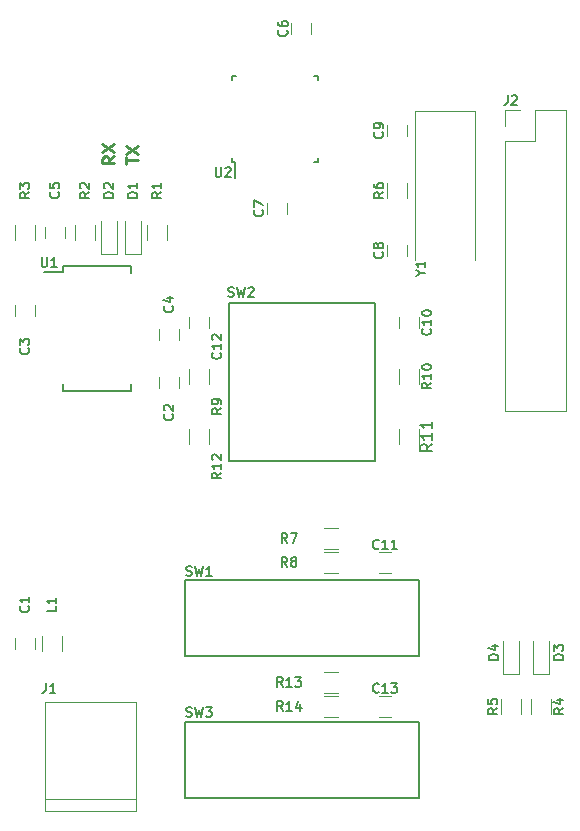
<source format=gto>
G04 #@! TF.FileFunction,Legend,Top*
%FSLAX46Y46*%
G04 Gerber Fmt 4.6, Leading zero omitted, Abs format (unit mm)*
G04 Created by KiCad (PCBNEW 4.0.7-e2-6376~61~ubuntu18.04.1) date Sat Nov 30 19:21:56 2019*
%MOMM*%
%LPD*%
G01*
G04 APERTURE LIST*
%ADD10C,0.100000*%
%ADD11C,0.254000*%
%ADD12C,0.120000*%
%ADD13C,0.150000*%
%ADD14C,0.152400*%
G04 APERTURE END LIST*
D10*
D11*
X131523619Y-79417333D02*
X131039810Y-79755999D01*
X131523619Y-79997904D02*
X130507619Y-79997904D01*
X130507619Y-79610857D01*
X130556000Y-79514095D01*
X130604381Y-79465714D01*
X130701143Y-79417333D01*
X130846286Y-79417333D01*
X130943048Y-79465714D01*
X130991429Y-79514095D01*
X131039810Y-79610857D01*
X131039810Y-79997904D01*
X130507619Y-79078666D02*
X131523619Y-78401333D01*
X130507619Y-78401333D02*
X131523619Y-79078666D01*
X132539619Y-80022095D02*
X132539619Y-79441524D01*
X133555619Y-79731809D02*
X132539619Y-79731809D01*
X132539619Y-79199619D02*
X133555619Y-78522286D01*
X132539619Y-78522286D02*
X133555619Y-79199619D01*
D12*
X125690000Y-133790000D02*
X133390000Y-133790000D01*
X125690000Y-134790000D02*
X133390000Y-134790000D01*
X133390000Y-134790000D02*
X133390000Y-125590000D01*
X133390000Y-125590000D02*
X125690000Y-125590000D01*
X125690000Y-125590000D02*
X125690000Y-134790000D01*
X123102000Y-120150000D02*
X123102000Y-121150000D01*
X124802000Y-121150000D02*
X124802000Y-120150000D01*
X136994000Y-99052000D02*
X136994000Y-98052000D01*
X135294000Y-98052000D02*
X135294000Y-99052000D01*
X124802000Y-92956000D02*
X124802000Y-91956000D01*
X123102000Y-91956000D02*
X123102000Y-92956000D01*
X135294000Y-93988000D02*
X135294000Y-94988000D01*
X136994000Y-94988000D02*
X136994000Y-93988000D01*
X125642000Y-85352000D02*
X125642000Y-86352000D01*
X127342000Y-86352000D02*
X127342000Y-85352000D01*
X146470000Y-68080000D02*
X146470000Y-69080000D01*
X148170000Y-69080000D02*
X148170000Y-68080000D01*
X146138000Y-84320000D02*
X146138000Y-83320000D01*
X144438000Y-83320000D02*
X144438000Y-84320000D01*
X156298000Y-87876000D02*
X156298000Y-86876000D01*
X154598000Y-86876000D02*
X154598000Y-87876000D01*
X154598000Y-76716000D02*
X154598000Y-77716000D01*
X156298000Y-77716000D02*
X156298000Y-76716000D01*
X155614000Y-92972000D02*
X155614000Y-93972000D01*
X157314000Y-93972000D02*
X157314000Y-92972000D01*
X154932000Y-112942000D02*
X153932000Y-112942000D01*
X153932000Y-114642000D02*
X154932000Y-114642000D01*
X137834000Y-92972000D02*
X137834000Y-93972000D01*
X139534000Y-93972000D02*
X139534000Y-92972000D01*
X154932000Y-125134000D02*
X153932000Y-125134000D01*
X153932000Y-126834000D02*
X154932000Y-126834000D01*
X127118000Y-120050000D02*
X127118000Y-121250000D01*
X125358000Y-121250000D02*
X125358000Y-120050000D01*
X124832000Y-85252000D02*
X124832000Y-86452000D01*
X123072000Y-86452000D02*
X123072000Y-85252000D01*
X156328000Y-81696000D02*
X156328000Y-82896000D01*
X154568000Y-82896000D02*
X154568000Y-81696000D01*
X150460000Y-112640000D02*
X149260000Y-112640000D01*
X149260000Y-110880000D02*
X150460000Y-110880000D01*
X150460000Y-114672000D02*
X149260000Y-114672000D01*
X149260000Y-112912000D02*
X150460000Y-112912000D01*
X139564000Y-97444000D02*
X139564000Y-98644000D01*
X137804000Y-98644000D02*
X137804000Y-97444000D01*
X157344000Y-97444000D02*
X157344000Y-98644000D01*
X155584000Y-98644000D02*
X155584000Y-97444000D01*
X157344000Y-102524000D02*
X157344000Y-103724000D01*
X155584000Y-103724000D02*
X155584000Y-102524000D01*
X139564000Y-102524000D02*
X139564000Y-103724000D01*
X137804000Y-103724000D02*
X137804000Y-102524000D01*
X150460000Y-124832000D02*
X149260000Y-124832000D01*
X149260000Y-123072000D02*
X150460000Y-123072000D01*
X150460000Y-126864000D02*
X149260000Y-126864000D01*
X149260000Y-125104000D02*
X150460000Y-125104000D01*
D13*
X127173000Y-88655000D02*
X127173000Y-89230000D01*
X132923000Y-88655000D02*
X132923000Y-89305000D01*
X132923000Y-99305000D02*
X132923000Y-98655000D01*
X127173000Y-99305000D02*
X127173000Y-98655000D01*
X127173000Y-88655000D02*
X132923000Y-88655000D01*
X127173000Y-99305000D02*
X132923000Y-99305000D01*
X127173000Y-89230000D02*
X125573000Y-89230000D01*
X141515000Y-79843000D02*
X141740000Y-79843000D01*
X141515000Y-72593000D02*
X141840000Y-72593000D01*
X148765000Y-72593000D02*
X148440000Y-72593000D01*
X148765000Y-79843000D02*
X148440000Y-79843000D01*
X141515000Y-79843000D02*
X141515000Y-79518000D01*
X148765000Y-79843000D02*
X148765000Y-79518000D01*
X148765000Y-72593000D02*
X148765000Y-72918000D01*
X141515000Y-72593000D02*
X141515000Y-72918000D01*
X141740000Y-79843000D02*
X141740000Y-81268000D01*
D12*
X162062000Y-88196000D02*
X162062000Y-75596000D01*
X162062000Y-75596000D02*
X156962000Y-75596000D01*
X156962000Y-75596000D02*
X156962000Y-88196000D01*
X132396000Y-87652000D02*
X133796000Y-87652000D01*
X133796000Y-87652000D02*
X133796000Y-84852000D01*
X132396000Y-87652000D02*
X132396000Y-84852000D01*
X130364000Y-87652000D02*
X131764000Y-87652000D01*
X131764000Y-87652000D02*
X131764000Y-84852000D01*
X130364000Y-87652000D02*
X130364000Y-84852000D01*
X166940000Y-123212000D02*
X168340000Y-123212000D01*
X168340000Y-123212000D02*
X168340000Y-120412000D01*
X166940000Y-123212000D02*
X166940000Y-120412000D01*
X164400000Y-123212000D02*
X165800000Y-123212000D01*
X165800000Y-123212000D02*
X165800000Y-120412000D01*
X164400000Y-123212000D02*
X164400000Y-120412000D01*
X134248000Y-86452000D02*
X134248000Y-85252000D01*
X136008000Y-85252000D02*
X136008000Y-86452000D01*
X128152000Y-86452000D02*
X128152000Y-85252000D01*
X129912000Y-85252000D02*
X129912000Y-86452000D01*
X166760000Y-126584000D02*
X166760000Y-125384000D01*
X168520000Y-125384000D02*
X168520000Y-126584000D01*
X164220000Y-126584000D02*
X164220000Y-125384000D01*
X165980000Y-125384000D02*
X165980000Y-126584000D01*
X164558000Y-100990000D02*
X169758000Y-100990000D01*
X164558000Y-78070000D02*
X164558000Y-100990000D01*
X169758000Y-75470000D02*
X169758000Y-100990000D01*
X164558000Y-78070000D02*
X167158000Y-78070000D01*
X167158000Y-78070000D02*
X167158000Y-75470000D01*
X167158000Y-75470000D02*
X169758000Y-75470000D01*
X164558000Y-76800000D02*
X164558000Y-75470000D01*
X164558000Y-75470000D02*
X165888000Y-75470000D01*
D13*
X137528000Y-115300000D02*
X137528000Y-121700000D01*
X157328000Y-115300000D02*
X157328000Y-121700000D01*
X137528000Y-121700000D02*
X157328000Y-121700000D01*
X137528000Y-115300000D02*
X157328000Y-115300000D01*
X137528000Y-127300000D02*
X137528000Y-133700000D01*
X157328000Y-127300000D02*
X157328000Y-133700000D01*
X137528000Y-133700000D02*
X157328000Y-133700000D01*
X137528000Y-127300000D02*
X157328000Y-127300000D01*
X153628000Y-91800000D02*
X153628000Y-105200000D01*
X141228000Y-91800000D02*
X141228000Y-105200000D01*
X141228000Y-105200000D02*
X153628000Y-105200000D01*
X141228000Y-91800000D02*
X153628000Y-91800000D01*
D14*
X125713067Y-124014895D02*
X125713067Y-124595467D01*
X125674363Y-124711581D01*
X125596953Y-124788990D01*
X125480839Y-124827695D01*
X125403429Y-124827695D01*
X126525867Y-124827695D02*
X126061410Y-124827695D01*
X126293639Y-124827695D02*
X126293639Y-124014895D01*
X126216229Y-124131010D01*
X126138820Y-124208419D01*
X126061410Y-124247124D01*
X124242286Y-117483466D02*
X124280990Y-117522171D01*
X124319695Y-117638285D01*
X124319695Y-117715695D01*
X124280990Y-117831809D01*
X124203581Y-117909218D01*
X124126171Y-117947923D01*
X123971352Y-117986628D01*
X123855238Y-117986628D01*
X123700419Y-117947923D01*
X123623010Y-117909218D01*
X123545600Y-117831809D01*
X123506895Y-117715695D01*
X123506895Y-117638285D01*
X123545600Y-117522171D01*
X123584305Y-117483466D01*
X124319695Y-116709371D02*
X124319695Y-117173828D01*
X124319695Y-116941599D02*
X123506895Y-116941599D01*
X123623010Y-117019009D01*
X123700419Y-117096418D01*
X123739124Y-117173828D01*
X136434286Y-101227466D02*
X136472990Y-101266171D01*
X136511695Y-101382285D01*
X136511695Y-101459695D01*
X136472990Y-101575809D01*
X136395581Y-101653218D01*
X136318171Y-101691923D01*
X136163352Y-101730628D01*
X136047238Y-101730628D01*
X135892419Y-101691923D01*
X135815010Y-101653218D01*
X135737600Y-101575809D01*
X135698895Y-101459695D01*
X135698895Y-101382285D01*
X135737600Y-101266171D01*
X135776305Y-101227466D01*
X135776305Y-100917828D02*
X135737600Y-100879123D01*
X135698895Y-100801714D01*
X135698895Y-100608190D01*
X135737600Y-100530780D01*
X135776305Y-100492076D01*
X135853714Y-100453371D01*
X135931124Y-100453371D01*
X136047238Y-100492076D01*
X136511695Y-100956533D01*
X136511695Y-100453371D01*
X124242286Y-95639466D02*
X124280990Y-95678171D01*
X124319695Y-95794285D01*
X124319695Y-95871695D01*
X124280990Y-95987809D01*
X124203581Y-96065218D01*
X124126171Y-96103923D01*
X123971352Y-96142628D01*
X123855238Y-96142628D01*
X123700419Y-96103923D01*
X123623010Y-96065218D01*
X123545600Y-95987809D01*
X123506895Y-95871695D01*
X123506895Y-95794285D01*
X123545600Y-95678171D01*
X123584305Y-95639466D01*
X123506895Y-95368533D02*
X123506895Y-94865371D01*
X123816533Y-95136304D01*
X123816533Y-95020190D01*
X123855238Y-94942780D01*
X123893943Y-94904076D01*
X123971352Y-94865371D01*
X124164876Y-94865371D01*
X124242286Y-94904076D01*
X124280990Y-94942780D01*
X124319695Y-95020190D01*
X124319695Y-95252418D01*
X124280990Y-95329828D01*
X124242286Y-95368533D01*
X136434286Y-92083466D02*
X136472990Y-92122171D01*
X136511695Y-92238285D01*
X136511695Y-92315695D01*
X136472990Y-92431809D01*
X136395581Y-92509218D01*
X136318171Y-92547923D01*
X136163352Y-92586628D01*
X136047238Y-92586628D01*
X135892419Y-92547923D01*
X135815010Y-92509218D01*
X135737600Y-92431809D01*
X135698895Y-92315695D01*
X135698895Y-92238285D01*
X135737600Y-92122171D01*
X135776305Y-92083466D01*
X135969829Y-91386780D02*
X136511695Y-91386780D01*
X135660190Y-91580304D02*
X136240762Y-91773828D01*
X136240762Y-91270666D01*
X126782286Y-82431466D02*
X126820990Y-82470171D01*
X126859695Y-82586285D01*
X126859695Y-82663695D01*
X126820990Y-82779809D01*
X126743581Y-82857218D01*
X126666171Y-82895923D01*
X126511352Y-82934628D01*
X126395238Y-82934628D01*
X126240419Y-82895923D01*
X126163010Y-82857218D01*
X126085600Y-82779809D01*
X126046895Y-82663695D01*
X126046895Y-82586285D01*
X126085600Y-82470171D01*
X126124305Y-82431466D01*
X126046895Y-81696076D02*
X126046895Y-82083123D01*
X126433943Y-82121828D01*
X126395238Y-82083123D01*
X126356533Y-82005714D01*
X126356533Y-81812190D01*
X126395238Y-81734780D01*
X126433943Y-81696076D01*
X126511352Y-81657371D01*
X126704876Y-81657371D01*
X126782286Y-81696076D01*
X126820990Y-81734780D01*
X126859695Y-81812190D01*
X126859695Y-82005714D01*
X126820990Y-82083123D01*
X126782286Y-82121828D01*
X146110286Y-68715466D02*
X146148990Y-68754171D01*
X146187695Y-68870285D01*
X146187695Y-68947695D01*
X146148990Y-69063809D01*
X146071581Y-69141218D01*
X145994171Y-69179923D01*
X145839352Y-69218628D01*
X145723238Y-69218628D01*
X145568419Y-69179923D01*
X145491010Y-69141218D01*
X145413600Y-69063809D01*
X145374895Y-68947695D01*
X145374895Y-68870285D01*
X145413600Y-68754171D01*
X145452305Y-68715466D01*
X145374895Y-68018780D02*
X145374895Y-68173599D01*
X145413600Y-68251009D01*
X145452305Y-68289714D01*
X145568419Y-68367123D01*
X145723238Y-68405828D01*
X146032876Y-68405828D01*
X146110286Y-68367123D01*
X146148990Y-68328418D01*
X146187695Y-68251009D01*
X146187695Y-68096190D01*
X146148990Y-68018780D01*
X146110286Y-67980076D01*
X146032876Y-67941371D01*
X145839352Y-67941371D01*
X145761943Y-67980076D01*
X145723238Y-68018780D01*
X145684533Y-68096190D01*
X145684533Y-68251009D01*
X145723238Y-68328418D01*
X145761943Y-68367123D01*
X145839352Y-68405828D01*
X144054286Y-83955466D02*
X144092990Y-83994171D01*
X144131695Y-84110285D01*
X144131695Y-84187695D01*
X144092990Y-84303809D01*
X144015581Y-84381218D01*
X143938171Y-84419923D01*
X143783352Y-84458628D01*
X143667238Y-84458628D01*
X143512419Y-84419923D01*
X143435010Y-84381218D01*
X143357600Y-84303809D01*
X143318895Y-84187695D01*
X143318895Y-84110285D01*
X143357600Y-83994171D01*
X143396305Y-83955466D01*
X143318895Y-83684533D02*
X143318895Y-83142666D01*
X144131695Y-83491009D01*
X154214286Y-87511466D02*
X154252990Y-87550171D01*
X154291695Y-87666285D01*
X154291695Y-87743695D01*
X154252990Y-87859809D01*
X154175581Y-87937218D01*
X154098171Y-87975923D01*
X153943352Y-88014628D01*
X153827238Y-88014628D01*
X153672419Y-87975923D01*
X153595010Y-87937218D01*
X153517600Y-87859809D01*
X153478895Y-87743695D01*
X153478895Y-87666285D01*
X153517600Y-87550171D01*
X153556305Y-87511466D01*
X153827238Y-87047009D02*
X153788533Y-87124418D01*
X153749829Y-87163123D01*
X153672419Y-87201828D01*
X153633714Y-87201828D01*
X153556305Y-87163123D01*
X153517600Y-87124418D01*
X153478895Y-87047009D01*
X153478895Y-86892190D01*
X153517600Y-86814780D01*
X153556305Y-86776076D01*
X153633714Y-86737371D01*
X153672419Y-86737371D01*
X153749829Y-86776076D01*
X153788533Y-86814780D01*
X153827238Y-86892190D01*
X153827238Y-87047009D01*
X153865943Y-87124418D01*
X153904648Y-87163123D01*
X153982057Y-87201828D01*
X154136876Y-87201828D01*
X154214286Y-87163123D01*
X154252990Y-87124418D01*
X154291695Y-87047009D01*
X154291695Y-86892190D01*
X154252990Y-86814780D01*
X154214286Y-86776076D01*
X154136876Y-86737371D01*
X153982057Y-86737371D01*
X153904648Y-86776076D01*
X153865943Y-86814780D01*
X153827238Y-86892190D01*
X154214286Y-77351466D02*
X154252990Y-77390171D01*
X154291695Y-77506285D01*
X154291695Y-77583695D01*
X154252990Y-77699809D01*
X154175581Y-77777218D01*
X154098171Y-77815923D01*
X153943352Y-77854628D01*
X153827238Y-77854628D01*
X153672419Y-77815923D01*
X153595010Y-77777218D01*
X153517600Y-77699809D01*
X153478895Y-77583695D01*
X153478895Y-77506285D01*
X153517600Y-77390171D01*
X153556305Y-77351466D01*
X154291695Y-76964418D02*
X154291695Y-76809599D01*
X154252990Y-76732190D01*
X154214286Y-76693485D01*
X154098171Y-76616076D01*
X153943352Y-76577371D01*
X153633714Y-76577371D01*
X153556305Y-76616076D01*
X153517600Y-76654780D01*
X153478895Y-76732190D01*
X153478895Y-76887009D01*
X153517600Y-76964418D01*
X153556305Y-77003123D01*
X153633714Y-77041828D01*
X153827238Y-77041828D01*
X153904648Y-77003123D01*
X153943352Y-76964418D01*
X153982057Y-76887009D01*
X153982057Y-76732190D01*
X153943352Y-76654780D01*
X153904648Y-76616076D01*
X153827238Y-76577371D01*
X158278286Y-93994514D02*
X158316990Y-94033219D01*
X158355695Y-94149333D01*
X158355695Y-94226743D01*
X158316990Y-94342857D01*
X158239581Y-94420266D01*
X158162171Y-94458971D01*
X158007352Y-94497676D01*
X157891238Y-94497676D01*
X157736419Y-94458971D01*
X157659010Y-94420266D01*
X157581600Y-94342857D01*
X157542895Y-94226743D01*
X157542895Y-94149333D01*
X157581600Y-94033219D01*
X157620305Y-93994514D01*
X158355695Y-93220419D02*
X158355695Y-93684876D01*
X158355695Y-93452647D02*
X157542895Y-93452647D01*
X157659010Y-93530057D01*
X157736419Y-93607466D01*
X157775124Y-93684876D01*
X157542895Y-92717257D02*
X157542895Y-92639848D01*
X157581600Y-92562438D01*
X157620305Y-92523733D01*
X157697714Y-92485029D01*
X157852533Y-92446324D01*
X158046057Y-92446324D01*
X158200876Y-92485029D01*
X158278286Y-92523733D01*
X158316990Y-92562438D01*
X158355695Y-92639848D01*
X158355695Y-92717257D01*
X158316990Y-92794667D01*
X158278286Y-92833371D01*
X158200876Y-92872076D01*
X158046057Y-92910781D01*
X157852533Y-92910781D01*
X157697714Y-92872076D01*
X157620305Y-92833371D01*
X157581600Y-92794667D01*
X157542895Y-92717257D01*
X153909486Y-112582286D02*
X153870781Y-112620990D01*
X153754667Y-112659695D01*
X153677257Y-112659695D01*
X153561143Y-112620990D01*
X153483734Y-112543581D01*
X153445029Y-112466171D01*
X153406324Y-112311352D01*
X153406324Y-112195238D01*
X153445029Y-112040419D01*
X153483734Y-111963010D01*
X153561143Y-111885600D01*
X153677257Y-111846895D01*
X153754667Y-111846895D01*
X153870781Y-111885600D01*
X153909486Y-111924305D01*
X154683581Y-112659695D02*
X154219124Y-112659695D01*
X154451353Y-112659695D02*
X154451353Y-111846895D01*
X154373943Y-111963010D01*
X154296534Y-112040419D01*
X154219124Y-112079124D01*
X155457676Y-112659695D02*
X154993219Y-112659695D01*
X155225448Y-112659695D02*
X155225448Y-111846895D01*
X155148038Y-111963010D01*
X155070629Y-112040419D01*
X154993219Y-112079124D01*
X140498286Y-96026514D02*
X140536990Y-96065219D01*
X140575695Y-96181333D01*
X140575695Y-96258743D01*
X140536990Y-96374857D01*
X140459581Y-96452266D01*
X140382171Y-96490971D01*
X140227352Y-96529676D01*
X140111238Y-96529676D01*
X139956419Y-96490971D01*
X139879010Y-96452266D01*
X139801600Y-96374857D01*
X139762895Y-96258743D01*
X139762895Y-96181333D01*
X139801600Y-96065219D01*
X139840305Y-96026514D01*
X140575695Y-95252419D02*
X140575695Y-95716876D01*
X140575695Y-95484647D02*
X139762895Y-95484647D01*
X139879010Y-95562057D01*
X139956419Y-95639466D01*
X139995124Y-95716876D01*
X139840305Y-94942781D02*
X139801600Y-94904076D01*
X139762895Y-94826667D01*
X139762895Y-94633143D01*
X139801600Y-94555733D01*
X139840305Y-94517029D01*
X139917714Y-94478324D01*
X139995124Y-94478324D01*
X140111238Y-94517029D01*
X140575695Y-94981486D01*
X140575695Y-94478324D01*
X153909486Y-124750286D02*
X153870781Y-124788990D01*
X153754667Y-124827695D01*
X153677257Y-124827695D01*
X153561143Y-124788990D01*
X153483734Y-124711581D01*
X153445029Y-124634171D01*
X153406324Y-124479352D01*
X153406324Y-124363238D01*
X153445029Y-124208419D01*
X153483734Y-124131010D01*
X153561143Y-124053600D01*
X153677257Y-124014895D01*
X153754667Y-124014895D01*
X153870781Y-124053600D01*
X153909486Y-124092305D01*
X154683581Y-124827695D02*
X154219124Y-124827695D01*
X154451353Y-124827695D02*
X154451353Y-124014895D01*
X154373943Y-124131010D01*
X154296534Y-124208419D01*
X154219124Y-124247124D01*
X154954514Y-124014895D02*
X155457676Y-124014895D01*
X155186743Y-124324533D01*
X155302857Y-124324533D01*
X155380267Y-124363238D01*
X155418971Y-124401943D01*
X155457676Y-124479352D01*
X155457676Y-124672876D01*
X155418971Y-124750286D01*
X155380267Y-124788990D01*
X155302857Y-124827695D01*
X155070629Y-124827695D01*
X154993219Y-124788990D01*
X154954514Y-124750286D01*
X126605695Y-117483467D02*
X126605695Y-117870514D01*
X125792895Y-117870514D01*
X126605695Y-116786781D02*
X126605695Y-117251238D01*
X126605695Y-117019009D02*
X125792895Y-117019009D01*
X125909010Y-117096419D01*
X125986419Y-117173828D01*
X126025124Y-117251238D01*
X124319695Y-82431466D02*
X123932648Y-82702399D01*
X124319695Y-82895923D02*
X123506895Y-82895923D01*
X123506895Y-82586285D01*
X123545600Y-82508876D01*
X123584305Y-82470171D01*
X123661714Y-82431466D01*
X123777829Y-82431466D01*
X123855238Y-82470171D01*
X123893943Y-82508876D01*
X123932648Y-82586285D01*
X123932648Y-82895923D01*
X123506895Y-82160533D02*
X123506895Y-81657371D01*
X123816533Y-81928304D01*
X123816533Y-81812190D01*
X123855238Y-81734780D01*
X123893943Y-81696076D01*
X123971352Y-81657371D01*
X124164876Y-81657371D01*
X124242286Y-81696076D01*
X124280990Y-81734780D01*
X124319695Y-81812190D01*
X124319695Y-82044418D01*
X124280990Y-82121828D01*
X124242286Y-82160533D01*
X154291695Y-82431466D02*
X153904648Y-82702399D01*
X154291695Y-82895923D02*
X153478895Y-82895923D01*
X153478895Y-82586285D01*
X153517600Y-82508876D01*
X153556305Y-82470171D01*
X153633714Y-82431466D01*
X153749829Y-82431466D01*
X153827238Y-82470171D01*
X153865943Y-82508876D01*
X153904648Y-82586285D01*
X153904648Y-82895923D01*
X153478895Y-81734780D02*
X153478895Y-81889599D01*
X153517600Y-81967009D01*
X153556305Y-82005714D01*
X153672419Y-82083123D01*
X153827238Y-82121828D01*
X154136876Y-82121828D01*
X154214286Y-82083123D01*
X154252990Y-82044418D01*
X154291695Y-81967009D01*
X154291695Y-81812190D01*
X154252990Y-81734780D01*
X154214286Y-81696076D01*
X154136876Y-81657371D01*
X153943352Y-81657371D01*
X153865943Y-81696076D01*
X153827238Y-81734780D01*
X153788533Y-81812190D01*
X153788533Y-81967009D01*
X153827238Y-82044418D01*
X153865943Y-82083123D01*
X153943352Y-82121828D01*
X146168534Y-112127695D02*
X145897601Y-111740648D01*
X145704077Y-112127695D02*
X145704077Y-111314895D01*
X146013715Y-111314895D01*
X146091124Y-111353600D01*
X146129829Y-111392305D01*
X146168534Y-111469714D01*
X146168534Y-111585829D01*
X146129829Y-111663238D01*
X146091124Y-111701943D01*
X146013715Y-111740648D01*
X145704077Y-111740648D01*
X146439467Y-111314895D02*
X146981334Y-111314895D01*
X146632991Y-112127695D01*
X146168534Y-114159695D02*
X145897601Y-113772648D01*
X145704077Y-114159695D02*
X145704077Y-113346895D01*
X146013715Y-113346895D01*
X146091124Y-113385600D01*
X146129829Y-113424305D01*
X146168534Y-113501714D01*
X146168534Y-113617829D01*
X146129829Y-113695238D01*
X146091124Y-113733943D01*
X146013715Y-113772648D01*
X145704077Y-113772648D01*
X146632991Y-113695238D02*
X146555582Y-113656533D01*
X146516877Y-113617829D01*
X146478172Y-113540419D01*
X146478172Y-113501714D01*
X146516877Y-113424305D01*
X146555582Y-113385600D01*
X146632991Y-113346895D01*
X146787810Y-113346895D01*
X146865220Y-113385600D01*
X146903924Y-113424305D01*
X146942629Y-113501714D01*
X146942629Y-113540419D01*
X146903924Y-113617829D01*
X146865220Y-113656533D01*
X146787810Y-113695238D01*
X146632991Y-113695238D01*
X146555582Y-113733943D01*
X146516877Y-113772648D01*
X146478172Y-113850057D01*
X146478172Y-114004876D01*
X146516877Y-114082286D01*
X146555582Y-114120990D01*
X146632991Y-114159695D01*
X146787810Y-114159695D01*
X146865220Y-114120990D01*
X146903924Y-114082286D01*
X146942629Y-114004876D01*
X146942629Y-113850057D01*
X146903924Y-113772648D01*
X146865220Y-113733943D01*
X146787810Y-113695238D01*
X140575695Y-100719466D02*
X140188648Y-100990399D01*
X140575695Y-101183923D02*
X139762895Y-101183923D01*
X139762895Y-100874285D01*
X139801600Y-100796876D01*
X139840305Y-100758171D01*
X139917714Y-100719466D01*
X140033829Y-100719466D01*
X140111238Y-100758171D01*
X140149943Y-100796876D01*
X140188648Y-100874285D01*
X140188648Y-101183923D01*
X140575695Y-100332418D02*
X140575695Y-100177599D01*
X140536990Y-100100190D01*
X140498286Y-100061485D01*
X140382171Y-99984076D01*
X140227352Y-99945371D01*
X139917714Y-99945371D01*
X139840305Y-99984076D01*
X139801600Y-100022780D01*
X139762895Y-100100190D01*
X139762895Y-100255009D01*
X139801600Y-100332418D01*
X139840305Y-100371123D01*
X139917714Y-100409828D01*
X140111238Y-100409828D01*
X140188648Y-100371123D01*
X140227352Y-100332418D01*
X140266057Y-100255009D01*
X140266057Y-100100190D01*
X140227352Y-100022780D01*
X140188648Y-99984076D01*
X140111238Y-99945371D01*
X158355695Y-98566514D02*
X157968648Y-98837447D01*
X158355695Y-99030971D02*
X157542895Y-99030971D01*
X157542895Y-98721333D01*
X157581600Y-98643924D01*
X157620305Y-98605219D01*
X157697714Y-98566514D01*
X157813829Y-98566514D01*
X157891238Y-98605219D01*
X157929943Y-98643924D01*
X157968648Y-98721333D01*
X157968648Y-99030971D01*
X158355695Y-97792419D02*
X158355695Y-98256876D01*
X158355695Y-98024647D02*
X157542895Y-98024647D01*
X157659010Y-98102057D01*
X157736419Y-98179466D01*
X157775124Y-98256876D01*
X157542895Y-97289257D02*
X157542895Y-97211848D01*
X157581600Y-97134438D01*
X157620305Y-97095733D01*
X157697714Y-97057029D01*
X157852533Y-97018324D01*
X158046057Y-97018324D01*
X158200876Y-97057029D01*
X158278286Y-97095733D01*
X158316990Y-97134438D01*
X158355695Y-97211848D01*
X158355695Y-97289257D01*
X158316990Y-97366667D01*
X158278286Y-97405371D01*
X158200876Y-97444076D01*
X158046057Y-97482781D01*
X157852533Y-97482781D01*
X157697714Y-97444076D01*
X157620305Y-97405371D01*
X157581600Y-97366667D01*
X157542895Y-97289257D01*
D13*
X158440381Y-103766857D02*
X157964190Y-104100191D01*
X158440381Y-104338286D02*
X157440381Y-104338286D01*
X157440381Y-103957333D01*
X157488000Y-103862095D01*
X157535619Y-103814476D01*
X157630857Y-103766857D01*
X157773714Y-103766857D01*
X157868952Y-103814476D01*
X157916571Y-103862095D01*
X157964190Y-103957333D01*
X157964190Y-104338286D01*
X158440381Y-102814476D02*
X158440381Y-103385905D01*
X158440381Y-103100191D02*
X157440381Y-103100191D01*
X157583238Y-103195429D01*
X157678476Y-103290667D01*
X157726095Y-103385905D01*
X158440381Y-101862095D02*
X158440381Y-102433524D01*
X158440381Y-102147810D02*
X157440381Y-102147810D01*
X157583238Y-102243048D01*
X157678476Y-102338286D01*
X157726095Y-102433524D01*
D14*
X140575695Y-106186514D02*
X140188648Y-106457447D01*
X140575695Y-106650971D02*
X139762895Y-106650971D01*
X139762895Y-106341333D01*
X139801600Y-106263924D01*
X139840305Y-106225219D01*
X139917714Y-106186514D01*
X140033829Y-106186514D01*
X140111238Y-106225219D01*
X140149943Y-106263924D01*
X140188648Y-106341333D01*
X140188648Y-106650971D01*
X140575695Y-105412419D02*
X140575695Y-105876876D01*
X140575695Y-105644647D02*
X139762895Y-105644647D01*
X139879010Y-105722057D01*
X139956419Y-105799466D01*
X139995124Y-105876876D01*
X139840305Y-105102781D02*
X139801600Y-105064076D01*
X139762895Y-104986667D01*
X139762895Y-104793143D01*
X139801600Y-104715733D01*
X139840305Y-104677029D01*
X139917714Y-104638324D01*
X139995124Y-104638324D01*
X140111238Y-104677029D01*
X140575695Y-105141486D01*
X140575695Y-104638324D01*
X145781486Y-124319695D02*
X145510553Y-123932648D01*
X145317029Y-124319695D02*
X145317029Y-123506895D01*
X145626667Y-123506895D01*
X145704076Y-123545600D01*
X145742781Y-123584305D01*
X145781486Y-123661714D01*
X145781486Y-123777829D01*
X145742781Y-123855238D01*
X145704076Y-123893943D01*
X145626667Y-123932648D01*
X145317029Y-123932648D01*
X146555581Y-124319695D02*
X146091124Y-124319695D01*
X146323353Y-124319695D02*
X146323353Y-123506895D01*
X146245943Y-123623010D01*
X146168534Y-123700419D01*
X146091124Y-123739124D01*
X146826514Y-123506895D02*
X147329676Y-123506895D01*
X147058743Y-123816533D01*
X147174857Y-123816533D01*
X147252267Y-123855238D01*
X147290971Y-123893943D01*
X147329676Y-123971352D01*
X147329676Y-124164876D01*
X147290971Y-124242286D01*
X147252267Y-124280990D01*
X147174857Y-124319695D01*
X146942629Y-124319695D01*
X146865219Y-124280990D01*
X146826514Y-124242286D01*
X145781486Y-126351695D02*
X145510553Y-125964648D01*
X145317029Y-126351695D02*
X145317029Y-125538895D01*
X145626667Y-125538895D01*
X145704076Y-125577600D01*
X145742781Y-125616305D01*
X145781486Y-125693714D01*
X145781486Y-125809829D01*
X145742781Y-125887238D01*
X145704076Y-125925943D01*
X145626667Y-125964648D01*
X145317029Y-125964648D01*
X146555581Y-126351695D02*
X146091124Y-126351695D01*
X146323353Y-126351695D02*
X146323353Y-125538895D01*
X146245943Y-125655010D01*
X146168534Y-125732419D01*
X146091124Y-125771124D01*
X147252267Y-125809829D02*
X147252267Y-126351695D01*
X147058743Y-125500190D02*
X146865219Y-126080762D01*
X147368381Y-126080762D01*
X125364724Y-87946895D02*
X125364724Y-88604876D01*
X125403429Y-88682286D01*
X125442133Y-88720990D01*
X125519543Y-88759695D01*
X125674362Y-88759695D01*
X125751771Y-88720990D01*
X125790476Y-88682286D01*
X125829181Y-88604876D01*
X125829181Y-87946895D01*
X126641981Y-88759695D02*
X126177524Y-88759695D01*
X126409753Y-88759695D02*
X126409753Y-87946895D01*
X126332343Y-88063010D01*
X126254934Y-88140419D01*
X126177524Y-88179124D01*
X140096724Y-80326895D02*
X140096724Y-80984876D01*
X140135429Y-81062286D01*
X140174133Y-81100990D01*
X140251543Y-81139695D01*
X140406362Y-81139695D01*
X140483771Y-81100990D01*
X140522476Y-81062286D01*
X140561181Y-80984876D01*
X140561181Y-80326895D01*
X140909524Y-80404305D02*
X140948229Y-80365600D01*
X141025638Y-80326895D01*
X141219162Y-80326895D01*
X141296572Y-80365600D01*
X141335276Y-80404305D01*
X141373981Y-80481714D01*
X141373981Y-80559124D01*
X141335276Y-80675238D01*
X140870819Y-81139695D01*
X141373981Y-81139695D01*
X157460648Y-89287047D02*
X157847695Y-89287047D01*
X157034895Y-89557980D02*
X157460648Y-89287047D01*
X157034895Y-89016114D01*
X157847695Y-88319428D02*
X157847695Y-88783885D01*
X157847695Y-88551656D02*
X157034895Y-88551656D01*
X157151010Y-88629066D01*
X157228419Y-88706475D01*
X157267124Y-88783885D01*
X133463695Y-82895923D02*
X132650895Y-82895923D01*
X132650895Y-82702399D01*
X132689600Y-82586285D01*
X132767010Y-82508876D01*
X132844419Y-82470171D01*
X132999238Y-82431466D01*
X133115352Y-82431466D01*
X133270171Y-82470171D01*
X133347581Y-82508876D01*
X133424990Y-82586285D01*
X133463695Y-82702399D01*
X133463695Y-82895923D01*
X133463695Y-81657371D02*
X133463695Y-82121828D01*
X133463695Y-81889599D02*
X132650895Y-81889599D01*
X132767010Y-81967009D01*
X132844419Y-82044418D01*
X132883124Y-82121828D01*
X131431695Y-82895923D02*
X130618895Y-82895923D01*
X130618895Y-82702399D01*
X130657600Y-82586285D01*
X130735010Y-82508876D01*
X130812419Y-82470171D01*
X130967238Y-82431466D01*
X131083352Y-82431466D01*
X131238171Y-82470171D01*
X131315581Y-82508876D01*
X131392990Y-82586285D01*
X131431695Y-82702399D01*
X131431695Y-82895923D01*
X130696305Y-82121828D02*
X130657600Y-82083123D01*
X130618895Y-82005714D01*
X130618895Y-81812190D01*
X130657600Y-81734780D01*
X130696305Y-81696076D01*
X130773714Y-81657371D01*
X130851124Y-81657371D01*
X130967238Y-81696076D01*
X131431695Y-82160533D01*
X131431695Y-81657371D01*
X169531695Y-122011923D02*
X168718895Y-122011923D01*
X168718895Y-121818399D01*
X168757600Y-121702285D01*
X168835010Y-121624876D01*
X168912419Y-121586171D01*
X169067238Y-121547466D01*
X169183352Y-121547466D01*
X169338171Y-121586171D01*
X169415581Y-121624876D01*
X169492990Y-121702285D01*
X169531695Y-121818399D01*
X169531695Y-122011923D01*
X168718895Y-121276533D02*
X168718895Y-120773371D01*
X169028533Y-121044304D01*
X169028533Y-120928190D01*
X169067238Y-120850780D01*
X169105943Y-120812076D01*
X169183352Y-120773371D01*
X169376876Y-120773371D01*
X169454286Y-120812076D01*
X169492990Y-120850780D01*
X169531695Y-120928190D01*
X169531695Y-121160418D01*
X169492990Y-121237828D01*
X169454286Y-121276533D01*
X164017695Y-122011923D02*
X163204895Y-122011923D01*
X163204895Y-121818399D01*
X163243600Y-121702285D01*
X163321010Y-121624876D01*
X163398419Y-121586171D01*
X163553238Y-121547466D01*
X163669352Y-121547466D01*
X163824171Y-121586171D01*
X163901581Y-121624876D01*
X163978990Y-121702285D01*
X164017695Y-121818399D01*
X164017695Y-122011923D01*
X163475829Y-120850780D02*
X164017695Y-120850780D01*
X163166190Y-121044304D02*
X163746762Y-121237828D01*
X163746762Y-120734666D01*
X135495695Y-82431466D02*
X135108648Y-82702399D01*
X135495695Y-82895923D02*
X134682895Y-82895923D01*
X134682895Y-82586285D01*
X134721600Y-82508876D01*
X134760305Y-82470171D01*
X134837714Y-82431466D01*
X134953829Y-82431466D01*
X135031238Y-82470171D01*
X135069943Y-82508876D01*
X135108648Y-82586285D01*
X135108648Y-82895923D01*
X135495695Y-81657371D02*
X135495695Y-82121828D01*
X135495695Y-81889599D02*
X134682895Y-81889599D01*
X134799010Y-81967009D01*
X134876419Y-82044418D01*
X134915124Y-82121828D01*
X129399695Y-82431466D02*
X129012648Y-82702399D01*
X129399695Y-82895923D02*
X128586895Y-82895923D01*
X128586895Y-82586285D01*
X128625600Y-82508876D01*
X128664305Y-82470171D01*
X128741714Y-82431466D01*
X128857829Y-82431466D01*
X128935238Y-82470171D01*
X128973943Y-82508876D01*
X129012648Y-82586285D01*
X129012648Y-82895923D01*
X128664305Y-82121828D02*
X128625600Y-82083123D01*
X128586895Y-82005714D01*
X128586895Y-81812190D01*
X128625600Y-81734780D01*
X128664305Y-81696076D01*
X128741714Y-81657371D01*
X128819124Y-81657371D01*
X128935238Y-81696076D01*
X129399695Y-82160533D01*
X129399695Y-81657371D01*
X169531695Y-126119466D02*
X169144648Y-126390399D01*
X169531695Y-126583923D02*
X168718895Y-126583923D01*
X168718895Y-126274285D01*
X168757600Y-126196876D01*
X168796305Y-126158171D01*
X168873714Y-126119466D01*
X168989829Y-126119466D01*
X169067238Y-126158171D01*
X169105943Y-126196876D01*
X169144648Y-126274285D01*
X169144648Y-126583923D01*
X168989829Y-125422780D02*
X169531695Y-125422780D01*
X168680190Y-125616304D02*
X169260762Y-125809828D01*
X169260762Y-125306666D01*
X163943695Y-126119466D02*
X163556648Y-126390399D01*
X163943695Y-126583923D02*
X163130895Y-126583923D01*
X163130895Y-126274285D01*
X163169600Y-126196876D01*
X163208305Y-126158171D01*
X163285714Y-126119466D01*
X163401829Y-126119466D01*
X163479238Y-126158171D01*
X163517943Y-126196876D01*
X163556648Y-126274285D01*
X163556648Y-126583923D01*
X163130895Y-125384076D02*
X163130895Y-125771123D01*
X163517943Y-125809828D01*
X163479238Y-125771123D01*
X163440533Y-125693714D01*
X163440533Y-125500190D01*
X163479238Y-125422780D01*
X163517943Y-125384076D01*
X163595352Y-125345371D01*
X163788876Y-125345371D01*
X163866286Y-125384076D01*
X163904990Y-125422780D01*
X163943695Y-125500190D01*
X163943695Y-125693714D01*
X163904990Y-125771123D01*
X163866286Y-125809828D01*
X164829067Y-74230895D02*
X164829067Y-74811467D01*
X164790363Y-74927581D01*
X164712953Y-75004990D01*
X164596839Y-75043695D01*
X164519429Y-75043695D01*
X165177410Y-74308305D02*
X165216115Y-74269600D01*
X165293524Y-74230895D01*
X165487048Y-74230895D01*
X165564458Y-74269600D01*
X165603162Y-74308305D01*
X165641867Y-74385714D01*
X165641867Y-74463124D01*
X165603162Y-74579238D01*
X165138705Y-75043695D01*
X165641867Y-75043695D01*
X137600267Y-114882990D02*
X137716381Y-114921695D01*
X137909905Y-114921695D01*
X137987315Y-114882990D01*
X138026019Y-114844286D01*
X138064724Y-114766876D01*
X138064724Y-114689467D01*
X138026019Y-114612057D01*
X137987315Y-114573352D01*
X137909905Y-114534648D01*
X137755086Y-114495943D01*
X137677677Y-114457238D01*
X137638972Y-114418533D01*
X137600267Y-114341124D01*
X137600267Y-114263714D01*
X137638972Y-114186305D01*
X137677677Y-114147600D01*
X137755086Y-114108895D01*
X137948610Y-114108895D01*
X138064724Y-114147600D01*
X138335657Y-114108895D02*
X138529181Y-114921695D01*
X138684000Y-114341124D01*
X138838819Y-114921695D01*
X139032343Y-114108895D01*
X139767733Y-114921695D02*
X139303276Y-114921695D01*
X139535505Y-114921695D02*
X139535505Y-114108895D01*
X139458095Y-114225010D01*
X139380686Y-114302419D01*
X139303276Y-114341124D01*
X137600267Y-126820990D02*
X137716381Y-126859695D01*
X137909905Y-126859695D01*
X137987315Y-126820990D01*
X138026019Y-126782286D01*
X138064724Y-126704876D01*
X138064724Y-126627467D01*
X138026019Y-126550057D01*
X137987315Y-126511352D01*
X137909905Y-126472648D01*
X137755086Y-126433943D01*
X137677677Y-126395238D01*
X137638972Y-126356533D01*
X137600267Y-126279124D01*
X137600267Y-126201714D01*
X137638972Y-126124305D01*
X137677677Y-126085600D01*
X137755086Y-126046895D01*
X137948610Y-126046895D01*
X138064724Y-126085600D01*
X138335657Y-126046895D02*
X138529181Y-126859695D01*
X138684000Y-126279124D01*
X138838819Y-126859695D01*
X139032343Y-126046895D01*
X139264571Y-126046895D02*
X139767733Y-126046895D01*
X139496800Y-126356533D01*
X139612914Y-126356533D01*
X139690324Y-126395238D01*
X139729028Y-126433943D01*
X139767733Y-126511352D01*
X139767733Y-126704876D01*
X139729028Y-126782286D01*
X139690324Y-126820990D01*
X139612914Y-126859695D01*
X139380686Y-126859695D01*
X139303276Y-126820990D01*
X139264571Y-126782286D01*
X141156267Y-91260990D02*
X141272381Y-91299695D01*
X141465905Y-91299695D01*
X141543315Y-91260990D01*
X141582019Y-91222286D01*
X141620724Y-91144876D01*
X141620724Y-91067467D01*
X141582019Y-90990057D01*
X141543315Y-90951352D01*
X141465905Y-90912648D01*
X141311086Y-90873943D01*
X141233677Y-90835238D01*
X141194972Y-90796533D01*
X141156267Y-90719124D01*
X141156267Y-90641714D01*
X141194972Y-90564305D01*
X141233677Y-90525600D01*
X141311086Y-90486895D01*
X141504610Y-90486895D01*
X141620724Y-90525600D01*
X141891657Y-90486895D02*
X142085181Y-91299695D01*
X142240000Y-90719124D01*
X142394819Y-91299695D01*
X142588343Y-90486895D01*
X142859276Y-90564305D02*
X142897981Y-90525600D01*
X142975390Y-90486895D01*
X143168914Y-90486895D01*
X143246324Y-90525600D01*
X143285028Y-90564305D01*
X143323733Y-90641714D01*
X143323733Y-90719124D01*
X143285028Y-90835238D01*
X142820571Y-91299695D01*
X143323733Y-91299695D01*
M02*

</source>
